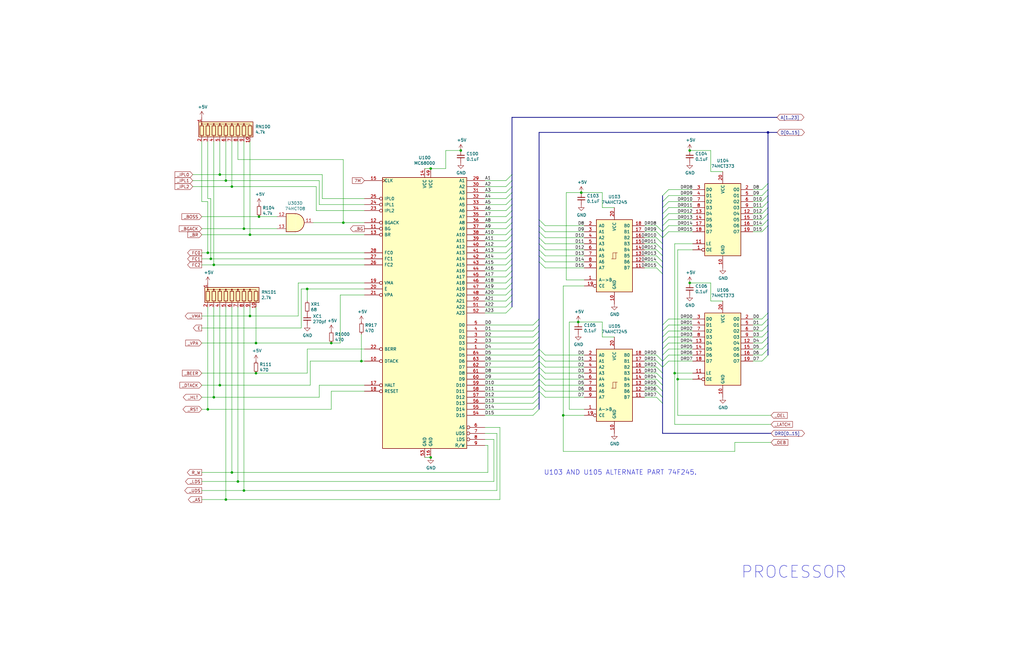
<source format=kicad_sch>
(kicad_sch (version 20231120) (generator "eeschema") (generator_version "8.0")
  (paper "B")
  (title_block (title "Amiga 2000 EATX") (date "2024-06-02") (rev "3.1"))
  (junction (at 237.49 175.26))
  (junction (at 323.85 55.88))
  (junction (at 90.17 111.76))
  (junction (at 102.87 207.01))
  (junction (at 243.84 135.89))
  (junction (at 285.75 160.02))
  (junction (at 107.95 144.78))
  (junction (at 102.87 96.52))
  (junction (at 90.17 167.64))
  (junction (at 95.25 76.2))
  (junction (at 92.71 162.56))
  (junction (at 152.4 152.4))
  (junction (at 92.71 73.66))
  (junction (at 181.61 193.04))
  (junction (at 107.95 157.48))
  (junction (at 95.25 210.82))
  (junction (at 284.48 157.48))
  (junction (at 290.83 63.5))
  (junction (at 88.9 109.22))
  (junction (at 100.33 203.2))
  (junction (at 144.78 93.98))
  (junction (at 245.11 81.28))
  (junction (at 97.79 78.74))
  (junction (at 87.63 172.72))
  (junction (at 129.54 121.92))
  (junction (at 290.83 119.38))
  (junction (at 105.41 99.06))
  (junction (at 97.79 199.39))
  (junction (at 87.63 106.68))
  (junction (at 181.61 71.12))
  (junction (at 109.22 91.44))
  (junction (at 139.7 144.78))
  (junction (at 105.41 133.35))
  (junction (at 194.31 63.5))
  (bus_entry (at 276.86 97.79) (size 2.54 2.54))
  (bus_entry (at 224.79 167.64) (size 2.54 -2.54))
  (bus_entry (at 213.36 83.82) (size 2.54 -2.54))
  (bus_entry (at 276.86 107.95) (size 2.54 2.54))
  (bus_entry (at 224.79 172.72) (size 2.54 -2.54))
  (bus_entry (at 276.86 157.48) (size 2.54 2.54))
  (bus_entry (at 321.31 85.09) (size 2.54 -2.54))
  (bus_entry (at 224.79 142.24) (size 2.54 -2.54))
  (bus_entry (at 321.31 137.16) (size 2.54 -2.54))
  (bus_entry (at 213.36 109.22) (size 2.54 -2.54))
  (bus_entry (at 229.87 102.87) (size -2.54 -2.54))
  (bus_entry (at 321.31 142.24) (size 2.54 -2.54))
  (bus_entry (at 224.79 139.7) (size 2.54 -2.54))
  (bus_entry (at 229.87 95.25) (size -2.54 -2.54))
  (bus_entry (at 224.79 137.16) (size 2.54 -2.54))
  (bus_entry (at 276.86 154.94) (size 2.54 2.54))
  (bus_entry (at 229.87 165.1) (size -2.54 -2.54))
  (bus_entry (at 213.36 78.74) (size 2.54 -2.54))
  (bus_entry (at 229.87 97.79) (size -2.54 -2.54))
  (bus_entry (at 213.36 96.52) (size 2.54 -2.54))
  (bus_entry (at 213.36 99.06) (size 2.54 -2.54))
  (bus_entry (at 229.87 160.02) (size -2.54 -2.54))
  (bus_entry (at 321.31 139.7) (size 2.54 -2.54))
  (bus_entry (at 321.31 144.78) (size 2.54 -2.54))
  (bus_entry (at 281.94 149.86) (size -2.54 2.54))
  (bus_entry (at 229.87 152.4) (size -2.54 -2.54))
  (bus_entry (at 276.86 167.64) (size 2.54 2.54))
  (bus_entry (at 321.31 95.25) (size 2.54 -2.54))
  (bus_entry (at 213.36 101.6) (size 2.54 -2.54))
  (bus_entry (at 213.36 93.98) (size 2.54 -2.54))
  (bus_entry (at 281.94 142.24) (size -2.54 2.54))
  (bus_entry (at 224.79 144.78) (size 2.54 -2.54))
  (bus_entry (at 276.86 102.87) (size 2.54 2.54))
  (bus_entry (at 229.87 100.33) (size -2.54 -2.54))
  (bus_entry (at 276.86 152.4) (size 2.54 2.54))
  (bus_entry (at 213.36 111.76) (size 2.54 -2.54))
  (bus_entry (at 321.31 80.01) (size 2.54 -2.54))
  (bus_entry (at 213.36 114.3) (size 2.54 -2.54))
  (bus_entry (at 229.87 105.41) (size -2.54 -2.54))
  (bus_entry (at 281.94 90.17) (size -2.54 2.54))
  (bus_entry (at 229.87 110.49) (size -2.54 -2.54))
  (bus_entry (at 213.36 91.44) (size 2.54 -2.54))
  (bus_entry (at 321.31 92.71) (size 2.54 -2.54))
  (bus_entry (at 224.79 165.1) (size 2.54 -2.54))
  (bus_entry (at 321.31 82.55) (size 2.54 -2.54))
  (bus_entry (at 229.87 107.95) (size -2.54 -2.54))
  (bus_entry (at 321.31 134.62) (size 2.54 -2.54))
  (bus_entry (at 276.86 149.86) (size 2.54 2.54))
  (bus_entry (at 281.94 139.7) (size -2.54 2.54))
  (bus_entry (at 276.86 100.33) (size 2.54 2.54))
  (bus_entry (at 213.36 116.84) (size 2.54 -2.54))
  (bus_entry (at 281.94 82.55) (size -2.54 2.54))
  (bus_entry (at 281.94 95.25) (size -2.54 2.54))
  (bus_entry (at 229.87 154.94) (size -2.54 -2.54))
  (bus_entry (at 229.87 167.64) (size -2.54 -2.54))
  (bus_entry (at 276.86 165.1) (size 2.54 2.54))
  (bus_entry (at 224.79 149.86) (size 2.54 -2.54))
  (bus_entry (at 213.36 81.28) (size 2.54 -2.54))
  (bus_entry (at 281.94 97.79) (size -2.54 2.54))
  (bus_entry (at 224.79 154.94) (size 2.54 -2.54))
  (bus_entry (at 281.94 137.16) (size -2.54 2.54))
  (bus_entry (at 213.36 132.08) (size 2.54 -2.54))
  (bus_entry (at 224.79 157.48) (size 2.54 -2.54))
  (bus_entry (at 229.87 162.56) (size -2.54 -2.54))
  (bus_entry (at 224.79 175.26) (size 2.54 -2.54))
  (bus_entry (at 276.86 162.56) (size 2.54 2.54))
  (bus_entry (at 276.86 105.41) (size 2.54 2.54))
  (bus_entry (at 224.79 160.02) (size 2.54 -2.54))
  (bus_entry (at 213.36 129.54) (size 2.54 -2.54))
  (bus_entry (at 281.94 134.62) (size -2.54 2.54))
  (bus_entry (at 213.36 119.38) (size 2.54 -2.54))
  (bus_entry (at 213.36 106.68) (size 2.54 -2.54))
  (bus_entry (at 281.94 85.09) (size -2.54 2.54))
  (bus_entry (at 224.79 162.56) (size 2.54 -2.54))
  (bus_entry (at 229.87 113.03) (size -2.54 -2.54))
  (bus_entry (at 276.86 113.03) (size 2.54 2.54))
  (bus_entry (at 213.36 104.14) (size 2.54 -2.54))
  (bus_entry (at 321.31 97.79) (size 2.54 -2.54))
  (bus_entry (at 213.36 76.2) (size 2.54 -2.54))
  (bus_entry (at 276.86 160.02) (size 2.54 2.54))
  (bus_entry (at 321.31 149.86) (size 2.54 -2.54))
  (bus_entry (at 213.36 88.9) (size 2.54 -2.54))
  (bus_entry (at 281.94 80.01) (size -2.54 2.54))
  (bus_entry (at 229.87 149.86) (size -2.54 -2.54))
  (bus_entry (at 229.87 157.48) (size -2.54 -2.54))
  (bus_entry (at 224.79 170.18) (size 2.54 -2.54))
  (bus_entry (at 281.94 147.32) (size -2.54 2.54))
  (bus_entry (at 321.31 90.17) (size 2.54 -2.54))
  (bus_entry (at 213.36 86.36) (size 2.54 -2.54))
  (bus_entry (at 281.94 144.78) (size -2.54 2.54))
  (bus_entry (at 213.36 121.92) (size 2.54 -2.54))
  (bus_entry (at 224.79 147.32) (size 2.54 -2.54))
  (bus_entry (at 321.31 147.32) (size 2.54 -2.54))
  (bus_entry (at 224.79 152.4) (size 2.54 -2.54))
  (bus_entry (at 321.31 87.63) (size 2.54 -2.54))
  (bus_entry (at 281.94 152.4) (size -2.54 2.54))
  (bus_entry (at 276.86 95.25) (size 2.54 2.54))
  (bus_entry (at 213.36 127) (size 2.54 -2.54))
  (bus_entry (at 281.94 87.63) (size -2.54 2.54))
  (bus_entry (at 321.31 152.4) (size 2.54 -2.54))
  (bus_entry (at 281.94 92.71) (size -2.54 2.54))
  (bus_entry (at 213.36 124.46) (size 2.54 -2.54))
  (bus_entry (at 276.86 110.49) (size 2.54 2.54))
  (wire (pts (xy 292.1 134.62) (xy 281.94 134.62)))
  (wire (pts (xy 292.1 97.79) (xy 281.94 97.79)))
  (bus (pts (xy 279.4 92.71) (xy 279.4 95.25)))
  (wire (pts (xy 204.47 88.9) (xy 213.36 88.9)))
  (wire (pts (xy 153.67 152.4) (xy 152.4 152.4)))
  (wire (pts (xy 317.5 82.55) (xy 321.31 82.55)))
  (wire (pts (xy 187.96 63.5) (xy 187.96 71.12)))
  (wire (pts (xy 90.17 111.76) (xy 153.67 111.76)))
  (wire (pts (xy 204.47 180.34) (xy 210.82 180.34)))
  (wire (pts (xy 317.5 147.32) (xy 321.31 147.32)))
  (wire (pts (xy 281.94 149.86) (xy 292.1 149.86)))
  (wire (pts (xy 254 87.63) (xy 259.08 87.63)))
  (bus (pts (xy 279.4 139.7) (xy 279.4 142.24)))
  (bus (pts (xy 215.9 83.82) (xy 215.9 86.36)))
  (wire (pts (xy 317.5 95.25) (xy 321.31 95.25)))
  (wire (pts (xy 271.78 152.4) (xy 276.86 152.4)))
  (bus (pts (xy 227.33 165.1) (xy 227.33 167.64)))
  (wire (pts (xy 246.38 162.56) (xy 229.87 162.56)))
  (bus (pts (xy 215.9 91.44) (xy 215.9 93.98)))
  (wire (pts (xy 290.83 119.38) (xy 299.72 119.38)))
  (bus (pts (xy 215.9 116.84) (xy 215.9 119.38)))
  (wire (pts (xy 88.9 83.82) (xy 88.9 109.22)))
  (wire (pts (xy 204.47 167.64) (xy 224.79 167.64)))
  (wire (pts (xy 271.78 154.94) (xy 276.86 154.94)))
  (wire (pts (xy 102.87 129.54) (xy 102.87 207.01)))
  (wire (pts (xy 292.1 85.09) (xy 281.94 85.09)))
  (wire (pts (xy 292.1 87.63) (xy 281.94 87.63)))
  (bus (pts (xy 279.4 90.17) (xy 279.4 92.71)))
  (bus (pts (xy 227.33 162.56) (xy 227.33 165.1)))
  (wire (pts (xy 271.78 110.49) (xy 276.86 110.49)))
  (wire (pts (xy 246.38 165.1) (xy 229.87 165.1)))
  (wire (pts (xy 317.5 134.62) (xy 321.31 134.62)))
  (bus (pts (xy 227.33 167.64) (xy 227.33 170.18)))
  (wire (pts (xy 204.47 129.54) (xy 213.36 129.54)))
  (wire (pts (xy 204.47 182.88) (xy 209.55 182.88)))
  (wire (pts (xy 204.47 124.46) (xy 213.36 124.46)))
  (bus (pts (xy 227.33 139.7) (xy 227.33 142.24)))
  (wire (pts (xy 237.49 120.65) (xy 237.49 175.26)))
  (wire (pts (xy 204.47 86.36) (xy 213.36 86.36)))
  (bus (pts (xy 323.85 82.55) (xy 323.85 85.09)))
  (bus (pts (xy 215.9 49.53) (xy 215.9 73.66)))
  (wire (pts (xy 292.1 160.02) (xy 285.75 160.02)))
  (wire (pts (xy 90.17 129.54) (xy 90.17 167.64)))
  (wire (pts (xy 107.95 157.48) (xy 85.09 157.48)))
  (wire (pts (xy 187.96 71.12) (xy 181.61 71.12)))
  (wire (pts (xy 245.11 81.28) (xy 254 81.28)))
  (bus (pts (xy 227.33 152.4) (xy 227.33 154.94)))
  (bus (pts (xy 215.9 106.68) (xy 215.9 109.22)))
  (wire (pts (xy 90.17 111.76) (xy 85.09 111.76)))
  (wire (pts (xy 153.67 86.36) (xy 134.62 86.36)))
  (bus (pts (xy 279.4 160.02) (xy 279.4 162.56)))
  (wire (pts (xy 153.67 88.9) (xy 133.35 88.9)))
  (wire (pts (xy 204.47 111.76) (xy 213.36 111.76)))
  (wire (pts (xy 204.47 165.1) (xy 224.79 165.1)))
  (bus (pts (xy 215.9 124.46) (xy 215.9 127)))
  (bus (pts (xy 279.4 154.94) (xy 279.4 157.48)))
  (bus (pts (xy 227.33 100.33) (xy 227.33 102.87)))
  (bus (pts (xy 279.4 182.88) (xy 325.12 182.88)))
  (wire (pts (xy 95.25 210.82) (xy 85.09 210.82)))
  (wire (pts (xy 107.95 144.78) (xy 85.09 144.78)))
  (bus (pts (xy 323.85 87.63) (xy 323.85 90.17)))
  (wire (pts (xy 135.89 73.66) (xy 92.71 73.66)))
  (bus (pts (xy 215.9 104.14) (xy 215.9 106.68)))
  (wire (pts (xy 246.38 157.48) (xy 229.87 157.48)))
  (wire (pts (xy 292.1 95.25) (xy 281.94 95.25)))
  (wire (pts (xy 237.49 190.5) (xy 309.88 190.5)))
  (bus (pts (xy 279.4 147.32) (xy 279.4 149.86)))
  (wire (pts (xy 204.47 121.92) (xy 213.36 121.92)))
  (wire (pts (xy 254 81.28) (xy 254 87.63)))
  (wire (pts (xy 204.47 172.72) (xy 224.79 172.72)))
  (bus (pts (xy 227.33 102.87) (xy 227.33 105.41)))
  (wire (pts (xy 271.78 162.56) (xy 276.86 162.56)))
  (wire (pts (xy 105.41 133.35) (xy 85.09 133.35)))
  (wire (pts (xy 204.47 185.42) (xy 208.28 185.42)))
  (wire (pts (xy 85.09 207.01) (xy 102.87 207.01)))
  (bus (pts (xy 323.85 55.88) (xy 327.66 55.88)))
  (wire (pts (xy 285.75 105.41) (xy 285.75 160.02)))
  (bus (pts (xy 227.33 144.78) (xy 227.33 147.32)))
  (wire (pts (xy 87.63 106.68) (xy 153.67 106.68)))
  (wire (pts (xy 105.41 129.54) (xy 105.41 133.35)))
  (wire (pts (xy 281.94 147.32) (xy 292.1 147.32)))
  (wire (pts (xy 299.72 63.5) (xy 299.72 72.39)))
  (wire (pts (xy 284.48 157.48) (xy 284.48 179.07)))
  (wire (pts (xy 246.38 110.49) (xy 229.87 110.49)))
  (wire (pts (xy 246.38 105.41) (xy 229.87 105.41)))
  (bus (pts (xy 279.4 162.56) (xy 279.4 165.1)))
  (wire (pts (xy 95.25 76.2) (xy 81.28 76.2)))
  (wire (pts (xy 284.48 102.87) (xy 284.48 157.48)))
  (wire (pts (xy 143.51 144.78) (xy 139.7 144.78)))
  (bus (pts (xy 215.9 81.28) (xy 215.9 83.82)))
  (wire (pts (xy 281.94 144.78) (xy 292.1 144.78)))
  (bus (pts (xy 227.33 147.32) (xy 227.33 149.86)))
  (wire (pts (xy 125.73 133.35) (xy 105.41 133.35)))
  (wire (pts (xy 240.03 172.72) (xy 246.38 172.72)))
  (wire (pts (xy 129.54 157.48) (xy 107.95 157.48)))
  (bus (pts (xy 227.33 107.95) (xy 227.33 110.49)))
  (wire (pts (xy 85.09 59.69) (xy 85.09 85.09)))
  (wire (pts (xy 204.47 187.96) (xy 205.74 187.96)))
  (wire (pts (xy 135.89 83.82) (xy 135.89 73.66)))
  (wire (pts (xy 317.5 152.4) (xy 321.31 152.4)))
  (wire (pts (xy 271.78 160.02) (xy 276.86 160.02)))
  (wire (pts (xy 281.94 152.4) (xy 292.1 152.4)))
  (wire (pts (xy 153.67 93.98) (xy 144.78 93.98)))
  (wire (pts (xy 134.62 86.36) (xy 134.62 76.2)))
  (wire (pts (xy 100.33 129.54) (xy 100.33 203.2)))
  (bus (pts (xy 279.4 82.55) (xy 279.4 85.09)))
  (wire (pts (xy 292.1 90.17) (xy 281.94 90.17)))
  (wire (pts (xy 204.47 114.3) (xy 213.36 114.3)))
  (bus (pts (xy 215.9 49.53) (xy 327.66 49.53)))
  (wire (pts (xy 152.4 152.4) (xy 130.81 152.4)))
  (bus (pts (xy 279.4 149.86) (xy 279.4 152.4)))
  (wire (pts (xy 271.78 107.95) (xy 276.86 107.95)))
  (bus (pts (xy 227.33 55.88) (xy 323.85 55.88)))
  (wire (pts (xy 204.47 175.26) (xy 224.79 175.26)))
  (wire (pts (xy 144.78 67.31) (xy 144.78 93.98)))
  (wire (pts (xy 205.74 187.96) (xy 205.74 199.39)))
  (wire (pts (xy 102.87 96.52) (xy 85.09 96.52)))
  (bus (pts (xy 279.4 165.1) (xy 279.4 167.64)))
  (wire (pts (xy 317.5 85.09) (xy 321.31 85.09)))
  (bus (pts (xy 323.85 147.32) (xy 323.85 149.86)))
  (wire (pts (xy 204.47 132.08) (xy 213.36 132.08)))
  (wire (pts (xy 153.67 121.92) (xy 129.54 121.92)))
  (bus (pts (xy 227.33 170.18) (xy 227.33 172.72)))
  (wire (pts (xy 210.82 180.34) (xy 210.82 210.82)))
  (wire (pts (xy 290.83 63.5) (xy 299.72 63.5)))
  (wire (pts (xy 87.63 129.54) (xy 87.63 172.72)))
  (wire (pts (xy 285.75 160.02) (xy 285.75 175.26)))
  (bus (pts (xy 227.33 134.62) (xy 227.33 137.16)))
  (wire (pts (xy 92.71 162.56) (xy 85.09 162.56)))
  (bus (pts (xy 279.4 102.87) (xy 279.4 105.41)))
  (bus (pts (xy 279.4 87.63) (xy 279.4 90.17)))
  (wire (pts (xy 87.63 172.72) (xy 85.09 172.72)))
  (wire (pts (xy 292.1 105.41) (xy 285.75 105.41)))
  (bus (pts (xy 215.9 73.66) (xy 215.9 76.2)))
  (wire (pts (xy 153.67 119.38) (xy 125.73 119.38)))
  (wire (pts (xy 292.1 102.87) (xy 284.48 102.87)))
  (wire (pts (xy 87.63 59.69) (xy 87.63 83.82)))
  (bus (pts (xy 323.85 142.24) (xy 323.85 144.78)))
  (wire (pts (xy 116.84 91.44) (xy 109.22 91.44)))
  (wire (pts (xy 144.78 93.98) (xy 132.08 93.98)))
  (wire (pts (xy 100.33 203.2) (xy 208.28 203.2)))
  (wire (pts (xy 246.38 118.11) (xy 238.76 118.11)))
  (wire (pts (xy 134.62 167.64) (xy 90.17 167.64)))
  (bus (pts (xy 215.9 127) (xy 215.9 129.54)))
  (wire (pts (xy 134.62 76.2) (xy 95.25 76.2)))
  (wire (pts (xy 87.63 106.68) (xy 85.09 106.68)))
  (bus (pts (xy 215.9 86.36) (xy 215.9 88.9)))
  (wire (pts (xy 210.82 210.82) (xy 95.25 210.82)))
  (wire (pts (xy 208.28 185.42) (xy 208.28 203.2)))
  (wire (pts (xy 317.5 90.17) (xy 321.31 90.17)))
  (wire (pts (xy 204.47 116.84) (xy 213.36 116.84)))
  (bus (pts (xy 279.4 107.95) (xy 279.4 110.49)))
  (wire (pts (xy 134.62 162.56) (xy 134.62 167.64)))
  (bus (pts (xy 323.85 132.08) (xy 323.85 134.62)))
  (bus (pts (xy 279.4 142.24) (xy 279.4 144.78)))
  (wire (pts (xy 204.47 106.68) (xy 213.36 106.68)))
  (wire (pts (xy 129.54 121.92) (xy 129.54 127)))
  (bus (pts (xy 323.85 77.47) (xy 323.85 80.01)))
  (bus (pts (xy 215.9 76.2) (xy 215.9 78.74)))
  (bus (pts (xy 279.4 170.18) (xy 279.4 182.88)))
  (wire (pts (xy 237.49 175.26) (xy 237.49 190.5)))
  (wire (pts (xy 309.88 186.69) (xy 325.12 186.69)))
  (wire (pts (xy 153.67 99.06) (xy 105.41 99.06)))
  (bus (pts (xy 215.9 121.92) (xy 215.9 124.46)))
  (wire (pts (xy 204.47 99.06) (xy 213.36 99.06)))
  (wire (pts (xy 204.47 162.56) (xy 224.79 162.56)))
  (wire (pts (xy 139.7 165.1) (xy 139.7 172.72)))
  (wire (pts (xy 97.79 129.54) (xy 97.79 199.39)))
  (bus (pts (xy 227.33 154.94) (xy 227.33 157.48)))
  (wire (pts (xy 246.38 152.4) (xy 229.87 152.4)))
  (bus (pts (xy 279.4 167.64) (xy 279.4 170.18)))
  (wire (pts (xy 299.72 72.39) (xy 304.8 72.39)))
  (wire (pts (xy 92.71 59.69) (xy 92.71 73.66)))
  (wire (pts (xy 317.5 149.86) (xy 321.31 149.86)))
  (wire (pts (xy 105.41 99.06) (xy 85.09 99.06)))
  (wire (pts (xy 246.38 154.94) (xy 229.87 154.94)))
  (wire (pts (xy 90.17 59.69) (xy 90.17 111.76)))
  (wire (pts (xy 87.63 85.09) (xy 87.63 106.68)))
  (bus (pts (xy 227.33 110.49) (xy 227.33 134.62)))
  (wire (pts (xy 204.47 119.38) (xy 213.36 119.38)))
  (wire (pts (xy 271.78 102.87) (xy 276.86 102.87)))
  (wire (pts (xy 85.09 203.2) (xy 100.33 203.2)))
  (bus (pts (xy 279.4 85.09) (xy 279.4 87.63)))
  (wire (pts (xy 92.71 73.66) (xy 81.28 73.66)))
  (bus (pts (xy 215.9 119.38) (xy 215.9 121.92)))
  (wire (pts (xy 102.87 207.01) (xy 209.55 207.01)))
  (wire (pts (xy 285.75 175.26) (xy 325.12 175.26)))
  (bus (pts (xy 279.4 144.78) (xy 279.4 147.32)))
  (wire (pts (xy 299.72 127) (xy 304.8 127)))
  (wire (pts (xy 246.38 100.33) (xy 229.87 100.33)))
  (bus (pts (xy 227.33 157.48) (xy 227.33 160.02)))
  (bus (pts (xy 215.9 109.22) (xy 215.9 111.76)))
  (bus (pts (xy 215.9 88.9) (xy 215.9 91.44)))
  (wire (pts (xy 204.47 137.16) (xy 224.79 137.16)))
  (bus (pts (xy 215.9 99.06) (xy 215.9 101.6)))
  (wire (pts (xy 105.41 59.69) (xy 105.41 99.06)))
  (wire (pts (xy 143.51 124.46) (xy 143.51 144.78)))
  (wire (pts (xy 204.47 96.52) (xy 213.36 96.52)))
  (bus (pts (xy 279.4 105.41) (xy 279.4 107.95)))
  (wire (pts (xy 292.1 82.55) (xy 281.94 82.55)))
  (wire (pts (xy 116.84 96.52) (xy 102.87 96.52)))
  (wire (pts (xy 317.5 142.24) (xy 321.31 142.24)))
  (bus (pts (xy 227.33 92.71) (xy 227.33 95.25)))
  (wire (pts (xy 246.38 149.86) (xy 229.87 149.86)))
  (wire (pts (xy 204.47 91.44) (xy 213.36 91.44)))
  (wire (pts (xy 130.81 152.4) (xy 130.81 162.56)))
  (wire (pts (xy 317.5 87.63) (xy 321.31 87.63)))
  (bus (pts (xy 279.4 137.16) (xy 279.4 139.7)))
  (bus (pts (xy 279.4 115.57) (xy 279.4 137.16)))
  (wire (pts (xy 204.47 149.86) (xy 224.79 149.86)))
  (wire (pts (xy 97.79 78.74) (xy 81.28 78.74)))
  (wire (pts (xy 204.47 160.02) (xy 224.79 160.02)))
  (wire (pts (xy 133.35 78.74) (xy 97.79 78.74)))
  (bus (pts (xy 323.85 144.78) (xy 323.85 147.32)))
  (bus (pts (xy 227.33 149.86) (xy 227.33 152.4)))
  (bus (pts (xy 323.85 95.25) (xy 323.85 132.08)))
  (wire (pts (xy 271.78 97.79) (xy 276.86 97.79)))
  (wire (pts (xy 179.07 193.04) (xy 181.61 193.04)))
  (wire (pts (xy 238.76 118.11) (xy 238.76 81.28)))
  (wire (pts (xy 204.47 144.78) (xy 224.79 144.78)))
  (bus (pts (xy 227.33 95.25) (xy 227.33 97.79)))
  (bus (pts (xy 227.33 160.02) (xy 227.33 162.56)))
  (wire (pts (xy 271.78 105.41) (xy 276.86 105.41)))
  (wire (pts (xy 102.87 59.69) (xy 102.87 96.52)))
  (wire (pts (xy 292.1 80.01) (xy 281.94 80.01)))
  (wire (pts (xy 271.78 149.86) (xy 276.86 149.86)))
  (wire (pts (xy 179.07 71.12) (xy 181.61 71.12)))
  (bus (pts (xy 215.9 114.3) (xy 215.9 116.84)))
  (bus (pts (xy 279.4 95.25) (xy 279.4 97.79)))
  (wire (pts (xy 254 142.24) (xy 259.08 142.24)))
  (wire (pts (xy 88.9 109.22) (xy 85.09 109.22)))
  (bus (pts (xy 227.33 55.88) (xy 227.33 92.71)))
  (wire (pts (xy 204.47 93.98) (xy 213.36 93.98)))
  (wire (pts (xy 309.88 190.5) (xy 309.88 186.69)))
  (wire (pts (xy 246.38 107.95) (xy 229.87 107.95)))
  (wire (pts (xy 204.47 127) (xy 213.36 127)))
  (wire (pts (xy 153.67 83.82) (xy 135.89 83.82)))
  (wire (pts (xy 100.33 59.69) (xy 100.33 67.31)))
  (wire (pts (xy 243.84 135.89) (xy 240.03 135.89)))
  (wire (pts (xy 281.94 139.7) (xy 292.1 139.7)))
  (bus (pts (xy 227.33 137.16) (xy 227.33 139.7)))
  (wire (pts (xy 204.47 170.18) (xy 224.79 170.18)))
  (wire (pts (xy 299.72 119.38) (xy 299.72 127)))
  (wire (pts (xy 204.47 83.82) (xy 213.36 83.82)))
  (wire (pts (xy 130.81 162.56) (xy 92.71 162.56)))
  (wire (pts (xy 281.94 137.16) (xy 292.1 137.16)))
  (wire (pts (xy 238.76 81.28) (xy 245.11 81.28)))
  (wire (pts (xy 204.47 104.14) (xy 213.36 104.14)))
  (wire (pts (xy 317.5 139.7) (xy 321.31 139.7)))
  (wire (pts (xy 284.48 179.07) (xy 325.12 179.07)))
  (wire (pts (xy 129.54 147.32) (xy 129.54 157.48)))
  (wire (pts (xy 129.54 121.92) (xy 127 121.92)))
  (wire (pts (xy 246.38 113.03) (xy 229.87 113.03)))
  (bus (pts (xy 323.85 137.16) (xy 323.85 139.7)))
  (bus (pts (xy 279.4 110.49) (xy 279.4 113.03)))
  (wire (pts (xy 271.78 165.1) (xy 276.86 165.1)))
  (wire (pts (xy 204.47 76.2) (xy 213.36 76.2)))
  (wire (pts (xy 271.78 157.48) (xy 276.86 157.48)))
  (wire (pts (xy 246.38 167.64) (xy 229.87 167.64)))
  (wire (pts (xy 153.67 109.22) (xy 88.9 109.22)))
  (bus (pts (xy 323.85 85.09) (xy 323.85 87.63)))
  (wire (pts (xy 205.74 199.39) (xy 97.79 199.39)))
  (bus (pts (xy 323.85 55.88) (xy 323.85 77.47)))
  (bus (pts (xy 279.4 157.48) (xy 279.4 160.02)))
  (wire (pts (xy 127 121.92) (xy 127 138.43)))
  (wire (pts (xy 153.67 162.56) (xy 134.62 162.56)))
  (wire (pts (xy 139.7 144.78) (xy 107.95 144.78)))
  (bus (pts (xy 323.85 139.7) (xy 323.85 142.24)))
  (wire (pts (xy 95.25 59.69) (xy 95.25 76.2)))
  (wire (pts (xy 127 138.43) (xy 85.09 138.43)))
  (wire (pts (xy 240.03 135.89) (xy 240.03 172.72)))
  (wire (pts (xy 317.5 80.01) (xy 321.31 80.01)))
  (wire (pts (xy 152.4 140.97) (xy 152.4 152.4)))
  (wire (pts (xy 246.38 95.25) (xy 229.87 95.25)))
  (bus (pts (xy 323.85 92.71) (xy 323.85 95.25)))
  (bus (pts (xy 215.9 111.76) (xy 215.9 114.3)))
  (wire (pts (xy 317.5 137.16) (xy 321.31 137.16)))
  (wire (pts (xy 97.79 199.39) (xy 85.09 199.39)))
  (wire (pts (xy 204.47 142.24) (xy 224.79 142.24)))
  (wire (pts (xy 317.5 92.71) (xy 321.31 92.71)))
  (bus (pts (xy 323.85 90.17) (xy 323.85 92.71)))
  (wire (pts (xy 254 135.89) (xy 254 142.24)))
  (bus (pts (xy 215.9 101.6) (xy 215.9 104.14)))
  (wire (pts (xy 100.33 67.31) (xy 144.78 67.31)))
  (wire (pts (xy 271.78 95.25) (xy 276.86 95.25)))
  (wire (pts (xy 95.25 129.54) (xy 95.25 210.82)))
  (wire (pts (xy 271.78 167.64) (xy 276.86 167.64)))
  (wire (pts (xy 194.31 63.5) (xy 187.96 63.5)))
  (wire (pts (xy 107.95 129.54) (xy 107.95 144.78)))
  (wire (pts (xy 125.73 119.38) (xy 125.73 133.35)))
  (wire (pts (xy 243.84 135.89) (xy 254 135.89)))
  (wire (pts (xy 204.47 157.48) (xy 224.79 157.48)))
  (wire (pts (xy 246.38 175.26) (xy 237.49 175.26)))
  (wire (pts (xy 85.09 85.09) (xy 87.63 85.09)))
  (bus (pts (xy 215.9 93.98) (xy 215.9 96.52)))
  (wire (pts (xy 92.71 129.54) (xy 92.71 162.56)))
  (wire (pts (xy 204.47 78.74) (xy 213.36 78.74)))
  (wire (pts (xy 209.55 182.88) (xy 209.55 207.01)))
  (wire (pts (xy 317.5 97.79) (xy 321.31 97.79)))
  (wire (pts (xy 271.78 100.33) (xy 276.86 100.33)))
  (bus (pts (xy 227.33 97.79) (xy 227.33 100.33)))
  (wire (pts (xy 246.38 102.87) (xy 229.87 102.87)))
  (wire (pts (xy 317.5 144.78) (xy 321.31 144.78)))
  (wire (pts (xy 153.67 124.46) (xy 143.51 124.46)))
  (wire (pts (xy 153.67 147.32) (xy 129.54 147.32)))
  (bus (pts (xy 279.4 97.79) (xy 279.4 100.33)))
  (wire (pts (xy 246.38 97.79) (xy 229.87 97.79)))
  (wire (pts (xy 133.35 88.9) (xy 133.35 78.74)))
  (wire (pts (xy 97.79 59.69) (xy 97.79 78.74)))
  (wire (pts (xy 292.1 92.71) (xy 281.94 92.71)))
  (wire (pts (xy 204.47 147.32) (xy 224.79 147.32)))
  (wire (pts (xy 292.1 157.48) (xy 284.48 157.48)))
  (bus (pts (xy 215.9 78.74) (xy 215.9 81.28)))
  (bus (pts (xy 215.9 96.52) (xy 215.9 99.06)))
  (bus (pts (xy 323.85 80.01) (xy 323.85 82.55)))
  (wire (pts (xy 204.47 152.4) (xy 224.79 152.4)))
  (bus (pts (xy 279.4 152.4) (xy 279.4 154.94)))
  (wire (pts (xy 246.38 120.65) (xy 237.49 120.65)))
  (wire (pts (xy 204.47 154.94) (xy 224.79 154.94)))
  (bus (pts (xy 227.33 105.41) (xy 227.33 107.95)))
  (bus (pts (xy 279.4 100.33) (xy 279.4 102.87)))
  (wire (pts (xy 204.47 101.6) (xy 213.36 101.6)))
  (wire (pts (xy 139.7 172.72) (xy 87.63 172.72)))
  (wire (pts (xy 90.17 167.64) (xy 85.09 167.64)))
  (wire (pts (xy 153.67 165.1) (xy 139.7 165.1)))
  (wire (pts (xy 204.47 109.22) (xy 213.36 109.22)))
  (bus (pts (xy 279.4 113.03) (xy 279.4 115.57)))
  (wire (pts (xy 246.38 160.02) (xy 229.87 160.02)))
  (wire (pts (xy 204.47 81.28) (xy 213.36 81.28)))
  (wire (pts (xy 87.63 83.82) (xy 88.9 83.82)))
  (wire (pts (xy 204.47 139.7) (xy 224.79 139.7)))
  (wire (pts (xy 109.22 91.44) (xy 85.09 91.44)))
  (bus (pts (xy 227.33 142.24) (xy 227.33 144.78)))
  (wire (pts (xy 281.94 142.24) (xy 292.1 142.24)))
  (wire (pts (xy 271.78 113.03) (xy 276.86 113.03)))
  (bus (pts (xy 323.85 134.62) (xy 323.85 137.16)))
  (text "PROCESSOR" (at 312.42 244.475 0) (effects (font (size 5.0038 5.0038)) (justify left bottom)))
  (text "U103 AND U105 ALTERNATE PART 74F245." (at 229.362 200.66 0) (effects (font (size 2 2)) (justify left bottom)))
  (label "D0" (at 204.47 137.16 0) (effects (font (size 1.2954 1.2954))))
  (label "A7" (at 204.47 91.44 0) (effects (font (size 1.2954 1.2954))))
  (label "A17" (at 204.47 116.84 0) (effects (font (size 1.2954 1.2954))))
  (label "A13" (at 204.47 106.68 0) (effects (font (size 1.2954 1.2954))))
  (label "D6" (at 246.38 165.1 180))
  (label "DRD2" (at 292.1 139.7 180))
  (label "D7" (at 246.38 167.64 180))
  (label "D3" (at 246.38 157.48 180))
  (label "DRD3" (at 292.1 142.24 180))
  (label "DRD12" (at 276.86 105.41 180))
  (label "D6" (at 317.5 149.86 0))
  (label "DRD10" (at 276.86 100.33 180))
  (label "D15" (at 317.5 97.79 0))
  (label "D10" (at 246.38 100.33 180))
  (label "A18" (at 204.47 119.38 0) (effects (font (size 1.2954 1.2954))))
  (label "A9" (at 204.47 96.52 0) (effects (font (size 1.2954 1.2954))))
  (label "DRD15" (at 292.1 97.79 180))
  (label "A3" (at 204.47 81.28 0) (effects (font (size 1.2954 1.2954))))
  (label "D4" (at 246.38 160.02 180))
  (label "D15" (at 204.47 175.26 0) (effects (font (size 1.2954 1.2954))))
  (label "A23" (at 204.47 132.08 0) (effects (font (size 1.2954 1.2954))))
  (label "D3" (at 317.5 142.24 0))
  (label "D5" (at 246.38 162.56 180))
  (label "A2" (at 204.47 78.74 0) (effects (font (size 1.2954 1.2954))))
  (label "DRD14" (at 292.1 95.25 180))
  (label "A20" (at 204.47 124.46 0) (effects (font (size 1.2954 1.2954))))
  (label "D4" (at 204.47 147.32 0) (effects (font (size 1.2954 1.2954))))
  (label "D7" (at 204.47 154.94 0) (effects (font (size 1.2954 1.2954))))
  (label "A5" (at 204.47 86.36 0) (effects (font (size 1.2954 1.2954))))
  (label "A14" (at 204.47 109.22 0) (effects (font (size 1.2954 1.2954))))
  (label "D12" (at 204.47 167.64 0) (effects (font (size 1.2954 1.2954))))
  (label "D11" (at 317.5 87.63 0))
  (label "DRD13" (at 276.86 107.95 180))
  (label "DRD1" (at 292.1 137.16 180))
  (label "D12" (at 246.38 105.41 180))
  (label "A6" (at 204.47 88.9 0) (effects (font (size 1.2954 1.2954))))
  (label "DRD1" (at 276.86 152.4 180))
  (label "DRD2" (at 276.86 154.94 180))
  (label "A12" (at 204.47 104.14 0) (effects (font (size 1.2954 1.2954))))
  (label "DRD6" (at 292.1 149.86 180))
  (label "D13" (at 246.38 107.95 180))
  (label "D4" (at 317.5 144.78 0))
  (label "D10" (at 204.47 162.56 0) (effects (font (size 1.2954 1.2954))))
  (label "DRD3" (at 276.86 157.48 180))
  (label "D0" (at 317.5 134.62 0))
  (label "DRD7" (at 292.1 152.4 180))
  (label "DRD8" (at 292.1 80.01 180))
  (label "DRD14" (at 276.86 110.49 180))
  (label "A21" (at 204.47 127 0) (effects (font (size 1.2954 1.2954))))
  (label "D9" (at 204.47 160.02 0) (effects (font (size 1.2954 1.2954))))
  (label "DRD10" (at 292.1 85.09 180))
  (label "DRD9" (at 292.1 82.55 180))
  (label "D1" (at 204.47 139.7 0) (effects (font (size 1.2954 1.2954))))
  (label "D5" (at 204.47 149.86 0) (effects (font (size 1.2954 1.2954))))
  (label "D11" (at 246.38 102.87 180))
  (label "DRD15" (at 276.86 113.03 180))
  (label "DRD6" (at 276.86 165.1 180))
  (label "D3" (at 204.47 144.78 0) (effects (font (size 1.2954 1.2954))))
  (label "D5" (at 317.5 147.32 0))
  (label "DRD11" (at 292.1 87.63 180))
  (label "DRD0" (at 292.1 134.62 180))
  (label "D6" (at 204.47 152.4 0) (effects (font (size 1.2954 1.2954))))
  (label "D13" (at 317.5 92.71 0))
  (label "D8" (at 317.5 80.01 0))
  (label "A16" (at 204.47 114.3 0) (effects (font (size 1.2954 1.2954))))
  (label "D14" (at 204.47 172.72 0) (effects (font (size 1.2954 1.2954))))
  (label "D11" (at 204.47 165.1 0) (effects (font (size 1.2954 1.2954))))
  (label "D12" (at 317.5 90.17 0))
  (label "A19" (at 204.47 121.92 0) (effects (font (size 1.2954 1.2954))))
  (label "D0" (at 246.38 149.86 180))
  (label "A4" (at 204.47 83.82 0) (effects (font (size 1.2954 1.2954))))
  (label "A1" (at 204.47 76.2 0) (effects (font (size 1.2954 1.2954))))
  (label "D7" (at 317.5 152.4 0))
  (label "DRD9" (at 276.86 97.79 180))
  (label "D8" (at 246.38 95.25 180))
  (label "DRD5" (at 276.86 162.56 180))
  (label "A11" (at 204.47 101.6 0) (effects (font (size 1.2954 1.2954))))
  (label "DRD4" (at 292.1 144.78 180))
  (label "D2" (at 246.38 154.94 180))
  (label "D1" (at 317.5 137.16 0))
  (label "DRD13" (at 292.1 92.71 180))
  (label "D15" (at 246.38 113.03 180))
  (label "D8" (at 204.47 157.48 0) (effects (font (size 1.2954 1.2954))))
  (label "DRD12" (at 292.1 90.17 180))
  (label "DRD5" (at 292.1 147.32 180))
  (label "DRD11" (at 276.86 102.87 180))
  (label "DRD8" (at 276.86 95.25 180))
  (label "D13" (at 204.47 170.18 0) (effects (font (size 1.2954 1.2954))))
  (label "A15" (at 204.47 111.76 0) (effects (font (size 1.2954 1.2954))))
  (label "A22" (at 204.47 129.54 0) (effects (font (size 1.2954 1.2954))))
  (label "D2" (at 204.47 142.24 0) (effects (font (size 1.2954 1.2954))))
  (label "D9" (at 246.38 97.79 180))
  (label "DRD7" (at 276.86 167.64 180))
  (label "D1" (at 246.38 152.4 180))
  (label "D14" (at 246.38 110.49 180))
  (label "A8" (at 204.47 93.98 0) (effects (font (size 1.2954 1.2954))))
  (label "A10" (at 204.47 99.06 0) (effects (font (size 1.2954 1.2954))))
  (label "D10" (at 317.5 85.09 0))
  (label "D9" (at 317.5 82.55 0))
  (label "D2" (at 317.5 139.7 0))
  (label "DRD0" (at 276.86 149.86 180))
  (label "DRD4" (at 276.86 160.02 180))
  (label "D14" (at 317.5 95.25 0))
  (global_label "DRD[0..15]" (shape bidirectional) (at 325.12 182.88 0) (effects (font (size 1.2954 1.2954))) (property "Intersheetrefs" "${INTERSHEET_REFS}" (at 339.0172 182.88 0) (effects (justify left))))
  (global_label "_BOSS" (shape input) (at 85.09 91.44 180) (property "Intersheetrefs" "${INTERSHEET_REFS}" (at 76.7719 91.44 0) (effects (justify right))))
  (global_label "_AS" (shape output) (at 85.09 210.82 180) (property "Intersheetrefs" "${INTERSHEET_REFS}" (at 79.4933 210.82 0) (effects (justify right))))
  (global_label "_IPL1" (shape input) (at 81.28 76.2 180) (property "Intersheetrefs" "${INTERSHEET_REFS}" (at 73.869 76.2 0) (effects (justify right))))
  (global_label "_HLT" (shape bidirectional) (at 85.09 167.64 180) (property "Intersheetrefs" "${INTERSHEET_REFS}" (at 77.5127 167.64 0) (effects (justify right))))
  (global_label "_DTACK" (shape input) (at 85.09 162.56 180) (property "Intersheetrefs" "${INTERSHEET_REFS}" (at 75.9252 162.56 0) (effects (justify right))))
  (global_label "_VPA" (shape input) (at 85.09 144.78 180) (property "Intersheetrefs" "${INTERSHEET_REFS}" (at 78.3442 144.78 0) (effects (justify right))))
  (global_label "FC0" (shape output) (at 85.09 106.68 180) (property "Intersheetrefs" "${INTERSHEET_REFS}" (at 79.1909 106.68 0) (effects (justify right))))
  (global_label "FC2" (shape output) (at 85.09 111.76 180) (property "Intersheetrefs" "${INTERSHEET_REFS}" (at 79.1909 111.76 0) (effects (justify right))))
  (global_label "A[1..23]" (shape bidirectional) (at 327.66 49.53 0) (effects (font (size 1.2954 1.2954))) (property "Intersheetrefs" "${INTERSHEET_REFS}" (at 338.7813 49.53 0) (effects (justify left))))
  (global_label "_IPL2" (shape input) (at 81.28 78.74 180) (property "Intersheetrefs" "${INTERSHEET_REFS}" (at 73.869 78.74 0) (effects (justify right))))
  (global_label "_IPL0" (shape input) (at 81.28 73.66 180) (property "Intersheetrefs" "${INTERSHEET_REFS}" (at 73.869 73.66 0) (effects (justify right))))
  (global_label "_OEB" (shape input) (at 325.12 186.69 0) (property "Intersheetrefs" "${INTERSHEET_REFS}" (at 332.1681 186.69 0) (effects (justify left))))
  (global_label "_OEL" (shape input) (at 325.12 175.26 0) (property "Intersheetrefs" "${INTERSHEET_REFS}" (at 331.9262 175.26 0) (effects (justify left))))
  (global_label "_BGACK" (shape input) (at 85.09 96.52 180) (property "Intersheetrefs" "${INTERSHEET_REFS}" (at 75.6228 96.52 0) (effects (justify right))))
  (global_label "R_W" (shape output) (at 85.09 199.39 180) (property "Intersheetrefs" "${INTERSHEET_REFS}" (at 79.07 199.39 0) (effects (justify right))))
  (global_label "_LATCH" (shape input) (at 325.12 179.07 0) (property "Intersheetrefs" "${INTERSHEET_REFS}" (at 334.1034 179.07 0) (effects (justify left))))
  (global_label "_BG" (shape output) (at 153.67 96.52 180) (property "Intersheetrefs" "${INTERSHEET_REFS}" (at 147.8314 96.52 0) (effects (justify right))))
  (global_label "D[0..15]" (shape bidirectional) (at 327.66 55.88 0) (effects (font (size 1.2954 1.2954))) (property "Intersheetrefs" "${INTERSHEET_REFS}" (at 338.9664 55.88 0) (effects (justify left))))
  (global_label "_LDS" (shape output) (at 85.09 203.2 180) (property "Intersheetrefs" "${INTERSHEET_REFS}" (at 78.2838 203.2 0) (effects (justify right))))
  (global_label "_UDS" (shape output) (at 85.09 207.01 180) (property "Intersheetrefs" "${INTERSHEET_REFS}" (at 77.9814 207.01 0) (effects (justify right))))
  (global_label "7M" (shape input) (at 153.67 76.2 180) (property "Intersheetrefs" "${INTERSHEET_REFS}" (at 148.6781 76.2 0) (effects (justify right))))
  (global_label "FC1" (shape output) (at 85.09 109.22 180) (property "Intersheetrefs" "${INTERSHEET_REFS}" (at 79.1909 109.22 0) (effects (justify right))))
  (global_label "_RST" (shape bidirectional) (at 85.09 172.72 180) (property "Intersheetrefs" "${INTERSHEET_REFS}" (at 77.3918 172.72 0) (effects (justify right))))
  (global_label "_VMA" (shape output) (at 85.09 133.35 180) (property "Intersheetrefs" "${INTERSHEET_REFS}" (at 78.1628 133.35 0) (effects (justify right))))
  (global_label "_BEER" (shape input) (at 85.09 157.48 180) (property "Intersheetrefs" "${INTERSHEET_REFS}" (at 76.9534 157.48 0) (effects (justify right))))
  (global_label "E" (shape output) (at 85.09 138.43 180) (property "Intersheetrefs" "${INTERSHEET_REFS}" (at 81.61 138.43 0) (effects (justify right))))
  (global_label "_BR" (shape input) (at 85.09 99.06 180) (property "Intersheetrefs" "${INTERSHEET_REFS}" (at 79.2514 99.06 0) (effects (justify right))))
  (symbol (lib_id "CPU_NXP_68000:68000D") (at 179.07 132.08 0) (unit 1)
    (property "Reference" "U100" (at 179.07 66.5226 0))
    (property "Value" "MC68000" (at 179.07 68.834 0))
    (property "Footprint" "Package_DIP:DIP-64_W22.86mm_Socket" (effects (hide yes)))
    (property "Datasheet" "https://www.nxp.com/docs/en/reference-manual/MC68000UM.pdf" (effects (hide yes)))
  )
  (symbol (lib_id "74xx:74LS245") (at 259.08 107.95 0) (unit 1)
    (property "Reference" "U103" (at 259.08 83.0326 0))
    (property "Value" "74AHCT245" (at 259.08 85.344 0))
    (property "Footprint" "Package_SO:SOIC-20W_7.5x12.8mm_P1.27mm" (effects (hide yes)))
    (property "Datasheet" "http://www.ti.com/lit/gpn/sn74LS245" (effects (hide yes)))
  )
  (symbol (lib_id "74xx:74LS245") (at 259.08 162.56 0) (unit 1)
    (property "Reference" "U105" (at 259.08 137.6426 0))
    (property "Value" "74AHCT245" (at 259.08 139.954 0))
    (property "Footprint" "Package_SO:SOIC-20W_7.5x12.8mm_P1.27mm" (effects (hide yes)))
    (property "Datasheet" "http://www.ti.com/lit/gpn/sn74LS245" (effects (hide yes)))
  )
  (symbol (lib_id "74xx:74LS373") (at 304.8 92.71 0) (unit 1)
    (property "Reference" "U104" (at 304.8 67.7926 0))
    (property "Value" "74HCT373" (at 304.8 70.104 0))
    (property "Footprint" "Package_SO:SOIC-20W_7.5x12.8mm_P1.27mm" (effects (hide yes)))
    (property "Datasheet" "http://www.ti.com/lit/gpn/sn74LS373" (effects (hide yes)))
  )
  (symbol (lib_id "74xx:74LS373") (at 304.8 147.32 0) (unit 1)
    (property "Reference" "U106" (at 304.8 122.4026 0))
    (property "Value" "74HCT373" (at 304.8 124.714 0))
    (property "Footprint" "Package_SO:SOIC-20W_7.5x12.8mm_P1.27mm" (effects (hide yes)))
    (property "Datasheet" "http://www.ti.com/lit/gpn/sn74LS373" (effects (hide yes)))
  )
  (symbol (lib_id "74xx:74LS08") (at 124.46 93.98 0) (unit 4)
    (property "Reference" "U303" (at 124.46 85.725 0))
    (property "Value" "74HCT08" (at 124.46 88.0364 0))
    (property "Footprint" "Package_SO:SOIC-14_3.9x8.7mm_P1.27mm" (effects (hide yes)))
    (property "Datasheet" "http://www.ti.com/lit/gpn/sn74LS08" (effects (hide yes)))
  )
  (symbol (lib_id "Device:C_Small") (at 194.31 66.04 0) (unit 1)
    (property "Reference" "C100" (at 196.6468 64.8716 0) (effects (justify left)))
    (property "Value" "0.1uF" (at 196.6468 67.183 0) (effects (justify left)))
    (property "Footprint" "Capacitor_SMD:C_1206_3216Metric" (effects (hide yes)))
  )
  (symbol (lib_id "Device:C_Small") (at 243.84 138.43 0) (unit 1)
    (property "Reference" "C105" (at 246.1768 137.2616 0) (effects (justify left)))
    (property "Value" "0.1uF" (at 246.1768 139.573 0) (effects (justify left)))
    (property "Footprint" "Capacitor_SMD:C_1206_3216Metric" (effects (hide yes)))
  )
  (symbol (lib_id "Device:C_Small") (at 245.11 83.82 0) (unit 1)
    (property "Reference" "C103" (at 247.4468 82.6516 0) (effects (justify left)))
    (property "Value" "0.1uF" (at 247.4468 84.963 0) (effects (justify left)))
    (property "Footprint" "Capacitor_SMD:C_1206_3216Metric" (effects (hide yes)))
  )
  (symbol (lib_id "Device:C_Small") (at 290.83 66.04 0) (unit 1)
    (property "Reference" "C104" (at 293.1668 64.8716 0) (effects (justify left)))
    (property "Value" "0.1uF" (at 293.1668 67.183 0) (effects (justify left)))
    (property "Footprint" "Capacitor_SMD:C_1206_3216Metric" (effects (hide yes)))
  )
  (symbol (lib_id "Device:C_Small") (at 290.83 121.92 0) (unit 1)
    (property "Reference" "C106" (at 293.1668 120.7516 0) (effects (justify left)))
    (property "Value" "0.1uF" (at 293.1668 123.063 0) (effects (justify left)))
    (property "Footprint" "Capacitor_SMD:C_1206_3216Metric" (effects (hide yes)))
  )
  (symbol (lib_id "power:GND") (at 304.8 113.03 0) (unit 1)
    (property "Reference" "#PWR0114" (effects (hide yes)))
    (property "Value" "GND" (at 304.927 117.4242 0))
  )
  (symbol (lib_id "Device:R_Small") (at 152.4 138.43 0) (unit 1)
    (property "Reference" "R917" (at 153.8986 137.2616 0) (effects (justify left)))
    (property "Value" "470" (at 153.8986 139.573 0) (effects (justify left)))
    (property "Footprint" "Resistor_SMD:R_1206_3216Metric" (effects (hide yes)))
  )
  (symbol (lib_id "Device:R_Small") (at 139.7 142.24 0) (unit 1)
    (property "Reference" "R1000" (at 141.1986 141.0716 0) (effects (justify left)))
    (property "Value" "470" (at 141.1986 143.383 0) (effects (justify left)))
    (property "Footprint" "Resistor_SMD:R_1206_3216Metric" (effects (hide yes)))
  )
  (symbol (lib_id "Device:R_Small") (at 107.95 154.94 0) (unit 1)
    (property "Reference" "R111" (at 109.4486 153.7716 0) (effects (justify left)))
    (property "Value" "470" (at 109.4486 156.083 0) (effects (justify left)))
    (property "Footprint" "Resistor_SMD:R_1206_3216Metric" (effects (hide yes)))
  )
  (symbol (lib_id "Device:R_Small") (at 109.22 88.9 0) (unit 1)
    (property "Reference" "R104" (at 110.7186 87.7316 0) (effects (justify left)))
    (property "Value" "4.7k" (at 110.7186 90.043 0) (effects (justify left)))
    (property "Footprint" "Resistor_SMD:R_1206_3216Metric" (effects (hide yes)))
  )
  (symbol (lib_id "Device:R_Small") (at 129.54 129.54 0) (unit 1)
    (property "Reference" "XR1" (at 131.0386 128.3716 0) (effects (justify left)))
    (property "Value" "68" (at 131.0386 130.683 0) (effects (justify left)))
    (property "Footprint" "Resistor_SMD:R_1206_3216Metric" (effects (hide yes)))
  )
  (symbol (lib_id "Device:C_Small") (at 129.54 134.62 0) (unit 1)
    (property "Reference" "XC1" (at 131.8768 133.4516 0) (effects (justify left)))
    (property "Value" "270pf" (at 131.8768 135.763 0) (effects (justify left)))
    (property "Footprint" "Capacitor_SMD:C_1206_3216Metric" (effects (hide yes)))
  )
  (symbol (lib_id "power:+5V") (at 109.22 86.36 0) (unit 1)
    (property "Reference" "#PWR0115" (effects (hide yes)))
    (property "Value" "+5V" (at 109.601 81.9658 0))
  )
  (symbol (lib_id "power:+5V") (at 85.09 49.53 0) (unit 1)
    (property "Reference" "#PWR0116" (effects (hide yes)))
    (property "Value" "+5V" (at 85.471 45.1358 0))
  )
  (symbol (lib_id "power:GND") (at 194.31 68.58 0) (unit 1)
    (property "Reference" "#PWR0101" (effects (hide yes)))
    (property "Value" "GND" (at 194.437 72.9742 0))
  )
  (symbol (lib_id "power:+5V") (at 194.31 63.5 0) (unit 1)
    (property "Reference" "#PWR0102" (effects (hide yes)))
    (property "Value" "+5V" (at 194.691 59.1058 0))
  )
  (symbol (lib_id "power:GND") (at 129.54 137.16 0) (unit 1)
    (property "Reference" "#PWR0117" (effects (hide yes)))
    (property "Value" "GND" (at 129.667 141.5542 0))
  )
  (symbol (lib_id "power:GND") (at 245.11 86.36 0) (unit 1)
    (property "Reference" "#PWR0103" (effects (hide yes)))
    (property "Value" "GND" (at 245.237 90.7542 0))
  )
  (symbol (lib_id "power:+5V") (at 245.11 81.28 0) (unit 1)
    (property "Reference" "#PWR0104" (effects (hide yes)))
    (property "Value" "+5V" (at 245.491 76.8858 0))
  )
  (symbol (lib_id "power:+5V") (at 87.63 119.38 0) (unit 1)
    (property "Reference" "#PWR0118" (effects (hide yes)))
    (property "Value" "+5V" (at 88.011 114.9858 0))
  )
  (symbol (lib_id "power:GND") (at 259.08 128.27 0) (unit 1)
    (property "Reference" "#PWR0105" (effects (hide yes)))
    (property "Value" "GND" (at 259.207 132.6642 0))
  )
  (symbol (lib_id "power:GND") (at 243.84 140.97 0) (unit 1)
    (property "Reference" "#PWR0106" (effects (hide yes)))
    (property "Value" "GND" (at 243.967 145.3642 0))
  )
  (symbol (lib_id "power:GND") (at 259.08 182.88 0) (unit 1)
    (property "Reference" "#PWR0107" (effects (hide yes)))
    (property "Value" "GND" (at 259.207 187.2742 0))
  )
  (symbol (lib_id "power:GND") (at 304.8 167.64 0) (unit 1)
    (property "Reference" "#PWR0108" (effects (hide yes)))
    (property "Value" "GND" (at 304.927 172.0342 0))
  )
  (symbol (lib_id "power:+5V") (at 243.84 135.89 0) (unit 1)
    (property "Reference" "#PWR0109" (effects (hide yes)))
    (property "Value" "+5V" (at 244.221 131.4958 0))
  )
  (symbol (lib_id "power:GND") (at 290.83 124.46 0) (unit 1)
    (property "Reference" "#PWR0110" (effects (hide yes)))
    (property "Value" "GND" (at 290.957 128.8542 0))
  )
  (symbol (lib_id "power:GND") (at 290.83 68.58 0) (unit 1)
    (property "Reference" "#PWR0111" (effects (hide yes)))
    (property "Value" "GND" (at 290.957 72.9742 0))
  )
  (symbol (lib_id "power:+5V") (at 290.83 63.5 0) (unit 1)
    (property "Reference" "#PWR0112" (effects (hide yes)))
    (property "Value" "+5V" (at 291.211 59.1058 0))
  )
  (symbol (lib_id "power:+5V") (at 290.83 119.38 0) (unit 1)
    (property "Reference" "#PWR0113" (effects (hide yes)))
    (property "Value" "+5V" (at 291.211 114.9858 0))
  )
  (symbol (lib_id "power:+5V") (at 107.95 152.4 0) (unit 1)
    (property "Reference" "#PWR0119" (effects (hide yes)))
    (property "Value" "+5V" (at 108.331 148.0058 0))
  )
  (symbol (lib_id "power:GND") (at 181.61 193.04 0) (unit 1)
    (property "Reference" "#PWR0120" (effects (hide yes)))
    (property "Value" "GND" (at 181.737 197.4342 0))
  )
  (symbol (lib_id "Device:R_Network09") (at 95.25 54.61 0) (unit 1)
    (property "Reference" "RN100" (at 107.6452 53.4416 0) (effects (justify left)))
    (property "Value" "4.7k" (at 107.6452 55.753 0) (effects (justify left)))
    (property "Footprint" "Resistor_THT:R_Array_SIP10" (effects (hide yes)))
    (property "Datasheet" "http://www.vishay.com/docs/31509/csc.pdf" (effects (hide yes)))
  )
  (symbol (lib_id "power:+5V") (at 139.7 139.7 0) (unit 1)
    (property "Reference" "#PWR0121" (effects (hide yes)))
    (property "Value" "+5V" (at 140.081 135.3058 0))
  )
  (symbol (lib_id "power:+5V") (at 152.4 135.89 0) (unit 1)
    (property "Reference" "#PWR0122" (effects (hide yes)))
    (property "Value" "+5V" (at 152.781 131.4958 0))
  )
  (symbol (lib_id "Device:R_Network09") (at 97.79 124.46 0) (unit 1)
    (property "Reference" "RN101" (at 110.1852 123.2916 0) (effects (justify left)))
    (property "Value" "2.7k" (at 110.1852 125.603 0) (effects (justify left)))
    (property "Footprint" "Resistor_THT:R_Array_SIP10" (effects (hide yes)))
    (property "Datasheet" "http://www.vishay.com/docs/31509/csc.pdf" (effects (hide yes)))
  )
)
</source>
